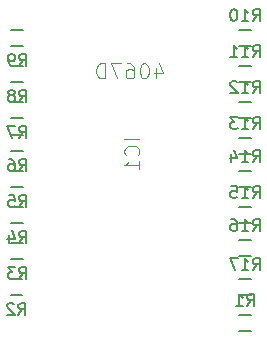
<source format=gbr>
G04 #@! TF.FileFunction,Legend,Bot*
%FSLAX46Y46*%
G04 Gerber Fmt 4.6, Leading zero omitted, Abs format (unit mm)*
G04 Created by KiCad (PCBNEW 4.0.2-stable) date Monday, July 11, 2016 'AMt' 10:39:28 AM*
%MOMM*%
G01*
G04 APERTURE LIST*
%ADD10C,0.100000*%
%ADD11C,0.150000*%
%ADD12C,0.088900*%
G04 APERTURE END LIST*
D10*
D11*
X248166000Y-114213000D02*
X249166000Y-114213000D01*
X249166000Y-112863000D02*
X248166000Y-112863000D01*
X229798500Y-109815000D02*
X228798500Y-109815000D01*
X228798500Y-111165000D02*
X229798500Y-111165000D01*
X229862000Y-106767000D02*
X228862000Y-106767000D01*
X228862000Y-108117000D02*
X229862000Y-108117000D01*
X229862000Y-103719000D02*
X228862000Y-103719000D01*
X228862000Y-105069000D02*
X229862000Y-105069000D01*
X229862000Y-100671000D02*
X228862000Y-100671000D01*
X228862000Y-102021000D02*
X229862000Y-102021000D01*
X229862000Y-97623000D02*
X228862000Y-97623000D01*
X228862000Y-98973000D02*
X229862000Y-98973000D01*
X229862000Y-94829000D02*
X228862000Y-94829000D01*
X228862000Y-96179000D02*
X229862000Y-96179000D01*
X229862000Y-91781000D02*
X228862000Y-91781000D01*
X228862000Y-93131000D02*
X229862000Y-93131000D01*
X229862000Y-88733000D02*
X228862000Y-88733000D01*
X228862000Y-90083000D02*
X229862000Y-90083000D01*
X248166000Y-90083000D02*
X249166000Y-90083000D01*
X249166000Y-88733000D02*
X248166000Y-88733000D01*
X248166000Y-93131000D02*
X249166000Y-93131000D01*
X249166000Y-91781000D02*
X248166000Y-91781000D01*
X248166000Y-96179000D02*
X249166000Y-96179000D01*
X249166000Y-94829000D02*
X248166000Y-94829000D01*
X248166000Y-99227000D02*
X249166000Y-99227000D01*
X249166000Y-97877000D02*
X248166000Y-97877000D01*
X248166000Y-102021000D02*
X249166000Y-102021000D01*
X249166000Y-100671000D02*
X248166000Y-100671000D01*
X248166000Y-105069000D02*
X249166000Y-105069000D01*
X249166000Y-103719000D02*
X248166000Y-103719000D01*
X248166000Y-107863000D02*
X249166000Y-107863000D01*
X249166000Y-106513000D02*
X248166000Y-106513000D01*
X248166000Y-111165000D02*
X249166000Y-111165000D01*
X249166000Y-109815000D02*
X248166000Y-109815000D01*
D12*
X239701524Y-97982238D02*
X238431524Y-97982238D01*
X239580571Y-99312714D02*
X239641048Y-99252238D01*
X239701524Y-99070809D01*
X239701524Y-98949857D01*
X239641048Y-98768429D01*
X239520095Y-98647476D01*
X239399143Y-98587000D01*
X239157238Y-98526524D01*
X238975810Y-98526524D01*
X238733905Y-98587000D01*
X238612952Y-98647476D01*
X238492000Y-98768429D01*
X238431524Y-98949857D01*
X238431524Y-99070809D01*
X238492000Y-99252238D01*
X238552476Y-99312714D01*
X239701524Y-100522238D02*
X239701524Y-99796524D01*
X239701524Y-100159381D02*
X238431524Y-100159381D01*
X238612952Y-100038429D01*
X238733905Y-99917476D01*
X238794381Y-99796524D01*
X241080381Y-91967397D02*
X241080381Y-92814064D01*
X241382762Y-91483588D02*
X241685143Y-92390730D01*
X240898953Y-92390730D01*
X240173238Y-91544064D02*
X240052286Y-91544064D01*
X239931334Y-91604540D01*
X239870857Y-91665016D01*
X239810381Y-91785969D01*
X239749905Y-92027873D01*
X239749905Y-92330254D01*
X239810381Y-92572159D01*
X239870857Y-92693111D01*
X239931334Y-92753588D01*
X240052286Y-92814064D01*
X240173238Y-92814064D01*
X240294191Y-92753588D01*
X240354667Y-92693111D01*
X240415143Y-92572159D01*
X240475619Y-92330254D01*
X240475619Y-92027873D01*
X240415143Y-91785969D01*
X240354667Y-91665016D01*
X240294191Y-91604540D01*
X240173238Y-91544064D01*
X238661333Y-91544064D02*
X238903238Y-91544064D01*
X239024190Y-91604540D01*
X239084667Y-91665016D01*
X239205619Y-91846445D01*
X239266095Y-92088350D01*
X239266095Y-92572159D01*
X239205619Y-92693111D01*
X239145143Y-92753588D01*
X239024190Y-92814064D01*
X238782286Y-92814064D01*
X238661333Y-92753588D01*
X238600857Y-92693111D01*
X238540381Y-92572159D01*
X238540381Y-92269778D01*
X238600857Y-92148826D01*
X238661333Y-92088350D01*
X238782286Y-92027873D01*
X239024190Y-92027873D01*
X239145143Y-92088350D01*
X239205619Y-92148826D01*
X239266095Y-92269778D01*
X238117047Y-91544064D02*
X237270381Y-91544064D01*
X237814666Y-92814064D01*
X236786571Y-92814064D02*
X236786571Y-91544064D01*
X236484190Y-91544064D01*
X236302762Y-91604540D01*
X236181809Y-91725492D01*
X236121333Y-91846445D01*
X236060857Y-92088350D01*
X236060857Y-92269778D01*
X236121333Y-92511683D01*
X236181809Y-92632635D01*
X236302762Y-92753588D01*
X236484190Y-92814064D01*
X236786571Y-92814064D01*
D11*
X248832666Y-112090381D02*
X249166000Y-111614190D01*
X249404095Y-112090381D02*
X249404095Y-111090381D01*
X249023142Y-111090381D01*
X248927904Y-111138000D01*
X248880285Y-111185619D01*
X248832666Y-111280857D01*
X248832666Y-111423714D01*
X248880285Y-111518952D01*
X248927904Y-111566571D01*
X249023142Y-111614190D01*
X249404095Y-111614190D01*
X247880285Y-112090381D02*
X248451714Y-112090381D01*
X248166000Y-112090381D02*
X248166000Y-111090381D01*
X248261238Y-111233238D01*
X248356476Y-111328476D01*
X248451714Y-111376095D01*
X229465166Y-112842381D02*
X229798500Y-112366190D01*
X230036595Y-112842381D02*
X230036595Y-111842381D01*
X229655642Y-111842381D01*
X229560404Y-111890000D01*
X229512785Y-111937619D01*
X229465166Y-112032857D01*
X229465166Y-112175714D01*
X229512785Y-112270952D01*
X229560404Y-112318571D01*
X229655642Y-112366190D01*
X230036595Y-112366190D01*
X229084214Y-111937619D02*
X229036595Y-111890000D01*
X228941357Y-111842381D01*
X228703261Y-111842381D01*
X228608023Y-111890000D01*
X228560404Y-111937619D01*
X228512785Y-112032857D01*
X228512785Y-112128095D01*
X228560404Y-112270952D01*
X229131833Y-112842381D01*
X228512785Y-112842381D01*
X229528666Y-109794381D02*
X229862000Y-109318190D01*
X230100095Y-109794381D02*
X230100095Y-108794381D01*
X229719142Y-108794381D01*
X229623904Y-108842000D01*
X229576285Y-108889619D01*
X229528666Y-108984857D01*
X229528666Y-109127714D01*
X229576285Y-109222952D01*
X229623904Y-109270571D01*
X229719142Y-109318190D01*
X230100095Y-109318190D01*
X229195333Y-108794381D02*
X228576285Y-108794381D01*
X228909619Y-109175333D01*
X228766761Y-109175333D01*
X228671523Y-109222952D01*
X228623904Y-109270571D01*
X228576285Y-109365810D01*
X228576285Y-109603905D01*
X228623904Y-109699143D01*
X228671523Y-109746762D01*
X228766761Y-109794381D01*
X229052476Y-109794381D01*
X229147714Y-109746762D01*
X229195333Y-109699143D01*
X229528666Y-106746381D02*
X229862000Y-106270190D01*
X230100095Y-106746381D02*
X230100095Y-105746381D01*
X229719142Y-105746381D01*
X229623904Y-105794000D01*
X229576285Y-105841619D01*
X229528666Y-105936857D01*
X229528666Y-106079714D01*
X229576285Y-106174952D01*
X229623904Y-106222571D01*
X229719142Y-106270190D01*
X230100095Y-106270190D01*
X228671523Y-106079714D02*
X228671523Y-106746381D01*
X228909619Y-105698762D02*
X229147714Y-106413048D01*
X228528666Y-106413048D01*
X229528666Y-103698381D02*
X229862000Y-103222190D01*
X230100095Y-103698381D02*
X230100095Y-102698381D01*
X229719142Y-102698381D01*
X229623904Y-102746000D01*
X229576285Y-102793619D01*
X229528666Y-102888857D01*
X229528666Y-103031714D01*
X229576285Y-103126952D01*
X229623904Y-103174571D01*
X229719142Y-103222190D01*
X230100095Y-103222190D01*
X228623904Y-102698381D02*
X229100095Y-102698381D01*
X229147714Y-103174571D01*
X229100095Y-103126952D01*
X229004857Y-103079333D01*
X228766761Y-103079333D01*
X228671523Y-103126952D01*
X228623904Y-103174571D01*
X228576285Y-103269810D01*
X228576285Y-103507905D01*
X228623904Y-103603143D01*
X228671523Y-103650762D01*
X228766761Y-103698381D01*
X229004857Y-103698381D01*
X229100095Y-103650762D01*
X229147714Y-103603143D01*
X229528666Y-100650381D02*
X229862000Y-100174190D01*
X230100095Y-100650381D02*
X230100095Y-99650381D01*
X229719142Y-99650381D01*
X229623904Y-99698000D01*
X229576285Y-99745619D01*
X229528666Y-99840857D01*
X229528666Y-99983714D01*
X229576285Y-100078952D01*
X229623904Y-100126571D01*
X229719142Y-100174190D01*
X230100095Y-100174190D01*
X228671523Y-99650381D02*
X228862000Y-99650381D01*
X228957238Y-99698000D01*
X229004857Y-99745619D01*
X229100095Y-99888476D01*
X229147714Y-100078952D01*
X229147714Y-100459905D01*
X229100095Y-100555143D01*
X229052476Y-100602762D01*
X228957238Y-100650381D01*
X228766761Y-100650381D01*
X228671523Y-100602762D01*
X228623904Y-100555143D01*
X228576285Y-100459905D01*
X228576285Y-100221810D01*
X228623904Y-100126571D01*
X228671523Y-100078952D01*
X228766761Y-100031333D01*
X228957238Y-100031333D01*
X229052476Y-100078952D01*
X229100095Y-100126571D01*
X229147714Y-100221810D01*
X229528666Y-97856381D02*
X229862000Y-97380190D01*
X230100095Y-97856381D02*
X230100095Y-96856381D01*
X229719142Y-96856381D01*
X229623904Y-96904000D01*
X229576285Y-96951619D01*
X229528666Y-97046857D01*
X229528666Y-97189714D01*
X229576285Y-97284952D01*
X229623904Y-97332571D01*
X229719142Y-97380190D01*
X230100095Y-97380190D01*
X229195333Y-96856381D02*
X228528666Y-96856381D01*
X228957238Y-97856381D01*
X229528666Y-94808381D02*
X229862000Y-94332190D01*
X230100095Y-94808381D02*
X230100095Y-93808381D01*
X229719142Y-93808381D01*
X229623904Y-93856000D01*
X229576285Y-93903619D01*
X229528666Y-93998857D01*
X229528666Y-94141714D01*
X229576285Y-94236952D01*
X229623904Y-94284571D01*
X229719142Y-94332190D01*
X230100095Y-94332190D01*
X228957238Y-94236952D02*
X229052476Y-94189333D01*
X229100095Y-94141714D01*
X229147714Y-94046476D01*
X229147714Y-93998857D01*
X229100095Y-93903619D01*
X229052476Y-93856000D01*
X228957238Y-93808381D01*
X228766761Y-93808381D01*
X228671523Y-93856000D01*
X228623904Y-93903619D01*
X228576285Y-93998857D01*
X228576285Y-94046476D01*
X228623904Y-94141714D01*
X228671523Y-94189333D01*
X228766761Y-94236952D01*
X228957238Y-94236952D01*
X229052476Y-94284571D01*
X229100095Y-94332190D01*
X229147714Y-94427429D01*
X229147714Y-94617905D01*
X229100095Y-94713143D01*
X229052476Y-94760762D01*
X228957238Y-94808381D01*
X228766761Y-94808381D01*
X228671523Y-94760762D01*
X228623904Y-94713143D01*
X228576285Y-94617905D01*
X228576285Y-94427429D01*
X228623904Y-94332190D01*
X228671523Y-94284571D01*
X228766761Y-94236952D01*
X229528666Y-91760381D02*
X229862000Y-91284190D01*
X230100095Y-91760381D02*
X230100095Y-90760381D01*
X229719142Y-90760381D01*
X229623904Y-90808000D01*
X229576285Y-90855619D01*
X229528666Y-90950857D01*
X229528666Y-91093714D01*
X229576285Y-91188952D01*
X229623904Y-91236571D01*
X229719142Y-91284190D01*
X230100095Y-91284190D01*
X229052476Y-91760381D02*
X228862000Y-91760381D01*
X228766761Y-91712762D01*
X228719142Y-91665143D01*
X228623904Y-91522286D01*
X228576285Y-91331810D01*
X228576285Y-90950857D01*
X228623904Y-90855619D01*
X228671523Y-90808000D01*
X228766761Y-90760381D01*
X228957238Y-90760381D01*
X229052476Y-90808000D01*
X229100095Y-90855619D01*
X229147714Y-90950857D01*
X229147714Y-91188952D01*
X229100095Y-91284190D01*
X229052476Y-91331810D01*
X228957238Y-91379429D01*
X228766761Y-91379429D01*
X228671523Y-91331810D01*
X228623904Y-91284190D01*
X228576285Y-91188952D01*
X249308857Y-87960381D02*
X249642191Y-87484190D01*
X249880286Y-87960381D02*
X249880286Y-86960381D01*
X249499333Y-86960381D01*
X249404095Y-87008000D01*
X249356476Y-87055619D01*
X249308857Y-87150857D01*
X249308857Y-87293714D01*
X249356476Y-87388952D01*
X249404095Y-87436571D01*
X249499333Y-87484190D01*
X249880286Y-87484190D01*
X248356476Y-87960381D02*
X248927905Y-87960381D01*
X248642191Y-87960381D02*
X248642191Y-86960381D01*
X248737429Y-87103238D01*
X248832667Y-87198476D01*
X248927905Y-87246095D01*
X247737429Y-86960381D02*
X247642190Y-86960381D01*
X247546952Y-87008000D01*
X247499333Y-87055619D01*
X247451714Y-87150857D01*
X247404095Y-87341333D01*
X247404095Y-87579429D01*
X247451714Y-87769905D01*
X247499333Y-87865143D01*
X247546952Y-87912762D01*
X247642190Y-87960381D01*
X247737429Y-87960381D01*
X247832667Y-87912762D01*
X247880286Y-87865143D01*
X247927905Y-87769905D01*
X247975524Y-87579429D01*
X247975524Y-87341333D01*
X247927905Y-87150857D01*
X247880286Y-87055619D01*
X247832667Y-87008000D01*
X247737429Y-86960381D01*
X249308857Y-91008381D02*
X249642191Y-90532190D01*
X249880286Y-91008381D02*
X249880286Y-90008381D01*
X249499333Y-90008381D01*
X249404095Y-90056000D01*
X249356476Y-90103619D01*
X249308857Y-90198857D01*
X249308857Y-90341714D01*
X249356476Y-90436952D01*
X249404095Y-90484571D01*
X249499333Y-90532190D01*
X249880286Y-90532190D01*
X248356476Y-91008381D02*
X248927905Y-91008381D01*
X248642191Y-91008381D02*
X248642191Y-90008381D01*
X248737429Y-90151238D01*
X248832667Y-90246476D01*
X248927905Y-90294095D01*
X247404095Y-91008381D02*
X247975524Y-91008381D01*
X247689810Y-91008381D02*
X247689810Y-90008381D01*
X247785048Y-90151238D01*
X247880286Y-90246476D01*
X247975524Y-90294095D01*
X249308857Y-94056381D02*
X249642191Y-93580190D01*
X249880286Y-94056381D02*
X249880286Y-93056381D01*
X249499333Y-93056381D01*
X249404095Y-93104000D01*
X249356476Y-93151619D01*
X249308857Y-93246857D01*
X249308857Y-93389714D01*
X249356476Y-93484952D01*
X249404095Y-93532571D01*
X249499333Y-93580190D01*
X249880286Y-93580190D01*
X248356476Y-94056381D02*
X248927905Y-94056381D01*
X248642191Y-94056381D02*
X248642191Y-93056381D01*
X248737429Y-93199238D01*
X248832667Y-93294476D01*
X248927905Y-93342095D01*
X247975524Y-93151619D02*
X247927905Y-93104000D01*
X247832667Y-93056381D01*
X247594571Y-93056381D01*
X247499333Y-93104000D01*
X247451714Y-93151619D01*
X247404095Y-93246857D01*
X247404095Y-93342095D01*
X247451714Y-93484952D01*
X248023143Y-94056381D01*
X247404095Y-94056381D01*
X249308857Y-97104381D02*
X249642191Y-96628190D01*
X249880286Y-97104381D02*
X249880286Y-96104381D01*
X249499333Y-96104381D01*
X249404095Y-96152000D01*
X249356476Y-96199619D01*
X249308857Y-96294857D01*
X249308857Y-96437714D01*
X249356476Y-96532952D01*
X249404095Y-96580571D01*
X249499333Y-96628190D01*
X249880286Y-96628190D01*
X248356476Y-97104381D02*
X248927905Y-97104381D01*
X248642191Y-97104381D02*
X248642191Y-96104381D01*
X248737429Y-96247238D01*
X248832667Y-96342476D01*
X248927905Y-96390095D01*
X248023143Y-96104381D02*
X247404095Y-96104381D01*
X247737429Y-96485333D01*
X247594571Y-96485333D01*
X247499333Y-96532952D01*
X247451714Y-96580571D01*
X247404095Y-96675810D01*
X247404095Y-96913905D01*
X247451714Y-97009143D01*
X247499333Y-97056762D01*
X247594571Y-97104381D01*
X247880286Y-97104381D01*
X247975524Y-97056762D01*
X248023143Y-97009143D01*
X249308857Y-99898381D02*
X249642191Y-99422190D01*
X249880286Y-99898381D02*
X249880286Y-98898381D01*
X249499333Y-98898381D01*
X249404095Y-98946000D01*
X249356476Y-98993619D01*
X249308857Y-99088857D01*
X249308857Y-99231714D01*
X249356476Y-99326952D01*
X249404095Y-99374571D01*
X249499333Y-99422190D01*
X249880286Y-99422190D01*
X248356476Y-99898381D02*
X248927905Y-99898381D01*
X248642191Y-99898381D02*
X248642191Y-98898381D01*
X248737429Y-99041238D01*
X248832667Y-99136476D01*
X248927905Y-99184095D01*
X247499333Y-99231714D02*
X247499333Y-99898381D01*
X247737429Y-98850762D02*
X247975524Y-99565048D01*
X247356476Y-99565048D01*
X249308857Y-102946381D02*
X249642191Y-102470190D01*
X249880286Y-102946381D02*
X249880286Y-101946381D01*
X249499333Y-101946381D01*
X249404095Y-101994000D01*
X249356476Y-102041619D01*
X249308857Y-102136857D01*
X249308857Y-102279714D01*
X249356476Y-102374952D01*
X249404095Y-102422571D01*
X249499333Y-102470190D01*
X249880286Y-102470190D01*
X248356476Y-102946381D02*
X248927905Y-102946381D01*
X248642191Y-102946381D02*
X248642191Y-101946381D01*
X248737429Y-102089238D01*
X248832667Y-102184476D01*
X248927905Y-102232095D01*
X247451714Y-101946381D02*
X247927905Y-101946381D01*
X247975524Y-102422571D01*
X247927905Y-102374952D01*
X247832667Y-102327333D01*
X247594571Y-102327333D01*
X247499333Y-102374952D01*
X247451714Y-102422571D01*
X247404095Y-102517810D01*
X247404095Y-102755905D01*
X247451714Y-102851143D01*
X247499333Y-102898762D01*
X247594571Y-102946381D01*
X247832667Y-102946381D01*
X247927905Y-102898762D01*
X247975524Y-102851143D01*
X249308857Y-105740381D02*
X249642191Y-105264190D01*
X249880286Y-105740381D02*
X249880286Y-104740381D01*
X249499333Y-104740381D01*
X249404095Y-104788000D01*
X249356476Y-104835619D01*
X249308857Y-104930857D01*
X249308857Y-105073714D01*
X249356476Y-105168952D01*
X249404095Y-105216571D01*
X249499333Y-105264190D01*
X249880286Y-105264190D01*
X248356476Y-105740381D02*
X248927905Y-105740381D01*
X248642191Y-105740381D02*
X248642191Y-104740381D01*
X248737429Y-104883238D01*
X248832667Y-104978476D01*
X248927905Y-105026095D01*
X247499333Y-104740381D02*
X247689810Y-104740381D01*
X247785048Y-104788000D01*
X247832667Y-104835619D01*
X247927905Y-104978476D01*
X247975524Y-105168952D01*
X247975524Y-105549905D01*
X247927905Y-105645143D01*
X247880286Y-105692762D01*
X247785048Y-105740381D01*
X247594571Y-105740381D01*
X247499333Y-105692762D01*
X247451714Y-105645143D01*
X247404095Y-105549905D01*
X247404095Y-105311810D01*
X247451714Y-105216571D01*
X247499333Y-105168952D01*
X247594571Y-105121333D01*
X247785048Y-105121333D01*
X247880286Y-105168952D01*
X247927905Y-105216571D01*
X247975524Y-105311810D01*
X249308857Y-109042381D02*
X249642191Y-108566190D01*
X249880286Y-109042381D02*
X249880286Y-108042381D01*
X249499333Y-108042381D01*
X249404095Y-108090000D01*
X249356476Y-108137619D01*
X249308857Y-108232857D01*
X249308857Y-108375714D01*
X249356476Y-108470952D01*
X249404095Y-108518571D01*
X249499333Y-108566190D01*
X249880286Y-108566190D01*
X248356476Y-109042381D02*
X248927905Y-109042381D01*
X248642191Y-109042381D02*
X248642191Y-108042381D01*
X248737429Y-108185238D01*
X248832667Y-108280476D01*
X248927905Y-108328095D01*
X248023143Y-108042381D02*
X247356476Y-108042381D01*
X247785048Y-109042381D01*
M02*

</source>
